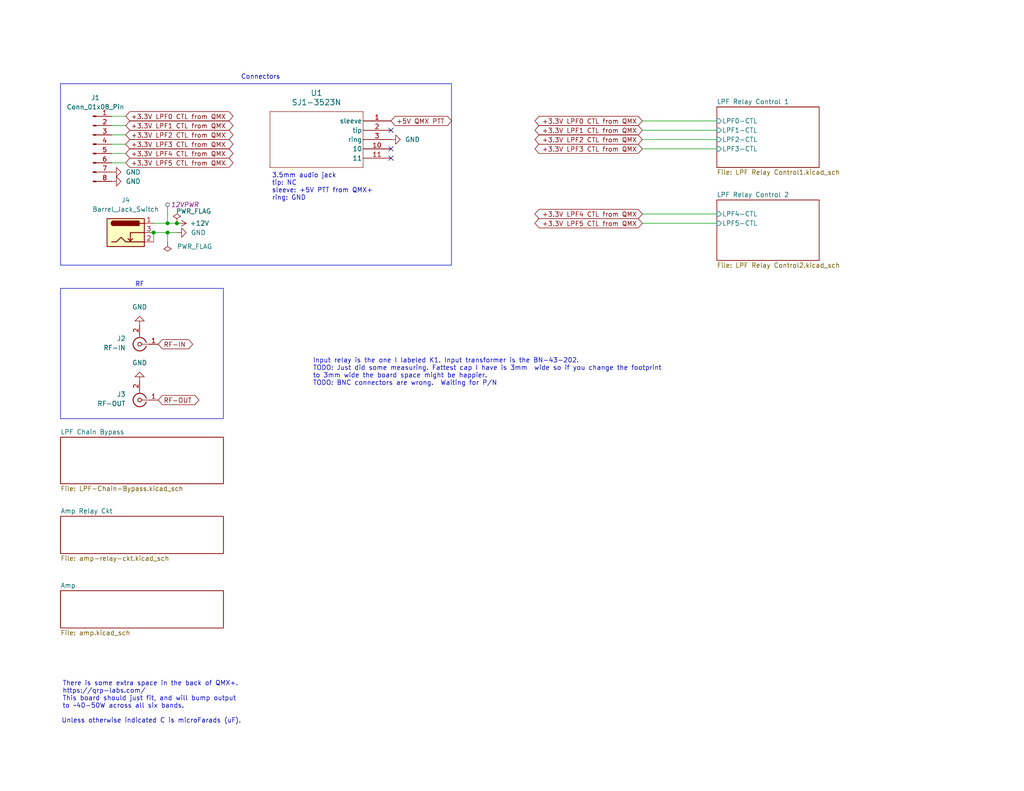
<source format=kicad_sch>
(kicad_sch (version 20231120) (generator "eeschema") (generator_version "8.0")
  (paper "USLetter")
  (title_block (title "QMX+ Amp") (date "2024-08-22") (rev "v0.11") (company "WA7GIL"))
  (lib_symbols
    (symbol "Connector:Barrel_Jack_Switch" (pin_names hide)
      (property "Reference" "J" (at 0 5.334 0))
      (property "Value" "Barrel_Jack_Switch" (at 0 -5.08 0))
      (symbol "Barrel_Jack_Switch_0_1"
        (rectangle (start -5.08 3.81) (end 5.08 -3.81) (stroke (width 0.254)) (fill (type background)))
        (arc (start -3.302 3.175) (mid -3.9343 2.54) (end -3.302 1.905) (stroke (width 0.254)))
        (arc (start -3.302 3.175) (mid -3.9343 2.54) (end -3.302 1.905) (stroke (width 0.254)) (fill (type outline)))
        (polyline (pts (xy 1.27 -2.286) (xy 1.905 -1.651)) (stroke (width 0.254)))
        (polyline (pts (xy 5.08 2.54) (xy 3.81 2.54)) (stroke (width 0.254)))
        (polyline (pts (xy 5.08 0) (xy 1.27 0) (xy 1.27 -2.286) (xy 0.635 -1.651)) (stroke (width 0.254)))
        (polyline (pts (xy -3.81 -2.54) (xy -2.54 -2.54) (xy -1.27 -1.27) (xy 0 -2.54) (xy 2.54 -2.54) (xy 5.08 -2.54)) (stroke (width 0.254)))
        (rectangle (start 3.683 3.175) (end -3.302 1.905) (stroke (width 0.254)) (fill (type outline)))
      )
      (symbol "Barrel_Jack_Switch_1_1"
        (pin passive line (at 7.62 2.54 180) (length 2.54) (name "~") (number "1"))
        (pin passive line (at 7.62 -2.54 180) (length 2.54) (name "~") (number "2"))
        (pin passive line (at 7.62 0 180) (length 2.54) (name "~") (number "3"))
      )
    )
    (symbol "Connector:Conn_01x08_Pin" (pin_names (offset 1.016) hide)
      (property "Reference" "J" (at 0 10.16 0))
      (property "Value" "Conn_01x08_Pin" (at 0 -12.7 0))
      (symbol "Conn_01x08_Pin_1_1"
        (polyline (pts (xy 1.27 -10.16) (xy 0.8636 -10.16)) (stroke (width 0.1524)))
        (polyline (pts (xy 1.27 -7.62) (xy 0.8636 -7.62)) (stroke (width 0.1524)))
        (polyline (pts (xy 1.27 -5.08) (xy 0.8636 -5.08)) (stroke (width 0.1524)))
        (polyline (pts (xy 1.27 -2.54) (xy 0.8636 -2.54)) (stroke (width 0.1524)))
        (polyline (pts (xy 1.27 0) (xy 0.8636 0)) (stroke (width 0.1524)))
        (polyline (pts (xy 1.27 2.54) (xy 0.8636 2.54)) (stroke (width 0.1524)))
        (polyline (pts (xy 1.27 5.08) (xy 0.8636 5.08)) (stroke (width 0.1524)))
        (polyline (pts (xy 1.27 7.62) (xy 0.8636 7.62)) (stroke (width 0.1524)))
        (rectangle (start 0.8636 -10.033) (end 0 -10.287) (stroke (width 0.1524)) (fill (type outline)))
        (rectangle (start 0.8636 -7.493) (end 0 -7.747) (stroke (width 0.1524)) (fill (type outline)))
        (rectangle (start 0.8636 -4.953) (end 0 -5.207) (stroke (width 0.1524)) (fill (type outline)))
        (rectangle (start 0.8636 -2.413) (end 0 -2.667) (stroke (width 0.1524)) (fill (type outline)))
        (rectangle (start 0.8636 0.127) (end 0 -0.127) (stroke (width 0.1524)) (fill (type outline)))
        (rectangle (start 0.8636 2.667) (end 0 2.413) (stroke (width 0.1524)) (fill (type outline)))
        (rectangle (start 0.8636 5.207) (end 0 4.953) (stroke (width 0.1524)) (fill (type outline)))
        (rectangle (start 0.8636 7.747) (end 0 7.493) (stroke (width 0.1524)) (fill (type outline)))
        (pin passive line (at 5.08 7.62 180) (length 3.81) (name "Pin_1") (number "1"))
        (pin passive line (at 5.08 5.08 180) (length 3.81) (name "Pin_2") (number "2"))
        (pin passive line (at 5.08 2.54 180) (length 3.81) (name "Pin_3") (number "3"))
        (pin passive line (at 5.08 0 180) (length 3.81) (name "Pin_4") (number "4"))
        (pin passive line (at 5.08 -2.54 180) (length 3.81) (name "Pin_5") (number "5"))
        (pin passive line (at 5.08 -5.08 180) (length 3.81) (name "Pin_6") (number "6"))
        (pin passive line (at 5.08 -7.62 180) (length 3.81) (name "Pin_7") (number "7"))
        (pin passive line (at 5.08 -10.16 180) (length 3.81) (name "Pin_8") (number "8"))
      )
    )
    (symbol "Connector:Conn_Coaxial" (pin_names (offset 1.016) hide)
      (property "Reference" "J" (at 0.254 3.048 0))
      (property "Value" "Conn_Coaxial" (at 2.921 0 90))
      (symbol "Conn_Coaxial_0_1"
        (arc (start -1.778 -0.508) (mid 0.2311 -1.8066) (end 1.778 0) (stroke (width 0.254)))
        (polyline (pts (xy -2.54 0) (xy -0.508 0)))
        (polyline (pts (xy 0 -2.54) (xy 0 -1.778)))
        (circle (center 0 0) (radius 0.508) (stroke (width 0.2032)))
        (arc (start 1.778 0) (mid 0.2099 1.8101) (end -1.778 0.508) (stroke (width 0.254)))
      )
      (symbol "Conn_Coaxial_1_1"
        (pin passive line (at -5.08 0 0) (length 2.54) (name "In") (number "1"))
        (pin passive line (at 0 -5.08 90) (length 2.54) (name "Ext") (number "2"))
      )
    )
    (symbol "ZZZMyLibrary:SJ1-3523N" (pin_names (offset 0.254))
      (property "Reference" "U" (at 20.32 10.16 0))
      (property "Value" "SJ1-3523N" (at 20.32 7.62 0))
      (symbol "SJ1-3523N_0_1"
        (polyline (pts (xy 7.62 -10.16) (xy 33.02 -10.16)) (stroke (width 0.127)))
        (polyline (pts (xy 7.62 5.08) (xy 7.62 -10.16)) (stroke (width 0.127)))
        (polyline (pts (xy 33.02 -10.16) (xy 33.02 5.08)) (stroke (width 0.127)))
        (polyline (pts (xy 33.02 5.08) (xy 7.62 5.08)) (stroke (width 0.127)))
      )
      (symbol "SJ1-3523N_1_1"
        (pin passive line (at 0 2.54 0) (length 7.62) (name "sleeve") (number "1"))
        (pin passive line (at 0 -5.08 0) (length 7.62) (name "10") (number "10"))
        (pin passive line (at 0 -7.62 0) (length 7.62) (name "11") (number "11"))
        (pin passive line (at 0 0 0) (length 7.62) (name "tip") (number "2"))
        (pin passive line (at 0 -2.54 0) (length 7.62) (name "ring") (number "3"))
      )
    )
    (symbol "power:+12V" (power) (pin_numbers hide) (pin_names (offset 0) hide)
      (property "Value" "+12V" (at 0 3.556 0))
      (symbol "+12V_0_1"
        (polyline (pts (xy -0.762 1.27) (xy 0 2.54)))
        (polyline (pts (xy 0 0) (xy 0 2.54)))
        (polyline (pts (xy 0 2.54) (xy 0.762 1.27)))
      )
      (symbol "+12V_1_1"
        (pin power_in line (at 0 0 90) (length 0) (name "~") (number "1"))
      )
    )
    (symbol "power:GND" (power) (pin_numbers hide) (pin_names (offset 0) hide)
      (property "Value" "GND" (at 0 -3.81 0))
      (symbol "GND_0_1"
        (polyline (pts (xy 0 0) (xy 0 -1.27) (xy 1.27 -1.27) (xy 0 -2.54) (xy -1.27 -1.27) (xy 0 -1.27)))
      )
      (symbol "GND_1_1"
        (pin power_in line (at 0 0 270) (length 0) (name "~") (number "1"))
      )
    )
    (symbol "power:PWR_FLAG" (power) (pin_numbers hide) (pin_names (offset 0) hide)
      (property "Value" "PWR_FLAG" (at 0 3.81 0))
      (symbol "PWR_FLAG_0_0"
        (pin power_out line (at 0 0 90) (length 0) (name "~") (number "1"))
      )
      (symbol "PWR_FLAG_0_1"
        (polyline (pts (xy 0 0) (xy 0 1.27) (xy -1.016 1.905) (xy 0 2.54) (xy 1.016 1.905) (xy 0 1.27)))
      )
    )
  )
  (junction (at 45.72 63.5))
  (junction (at 48.26 60.96))
  (junction (at 41.91 63.5))
  (junction (at 45.72 60.96))
  (no_connect (at 106.68 40.64))
  (no_connect (at 106.68 43.18))
  (no_connect (at 106.68 35.56))
  (wire (pts (xy 175.26 38.1) (xy 195.58 38.1)))
  (wire (pts (xy 41.91 60.96) (xy 45.72 60.96)))
  (wire (pts (xy 30.48 41.91) (xy 34.29 41.91)))
  (wire (pts (xy 30.48 39.37) (xy 34.29 39.37)))
  (wire (pts (xy 30.48 36.83) (xy 34.29 36.83)))
  (wire (pts (xy 195.58 60.96) (xy 175.26 60.96)))
  (wire (pts (xy 175.26 33.02) (xy 195.58 33.02)))
  (wire (pts (xy 175.26 35.56) (xy 195.58 35.56)))
  (wire (pts (xy 45.72 60.96) (xy 48.26 60.96)))
  (wire (pts (xy 195.58 40.64) (xy 175.26 40.64)))
  (wire (pts (xy 195.58 58.42) (xy 175.26 58.42)))
  (wire (pts (xy 45.72 58.42) (xy 45.72 60.96)))
  (wire (pts (xy 45.72 63.5) (xy 48.26 63.5)))
  (wire (pts (xy 41.91 63.5) (xy 45.72 63.5)))
  (wire (pts (xy 41.91 63.5) (xy 41.91 66.04)))
  (wire (pts (xy 30.48 31.75) (xy 34.29 31.75)))
  (wire (pts (xy 30.48 44.45) (xy 34.29 44.45)))
  (wire (pts (xy 45.72 63.5) (xy 45.72 66.04)))
  (wire (pts (xy 30.48 34.29) (xy 34.29 34.29)))
  (rectangle (start 16.51 78.74) (end 60.96 114.3))
  (rectangle (start 16.51 22.86) (end 123.19 72.39))
  (text "RF" (at 38.1 77.724 0) (effects (font (size 1.27 1.27))))
  (text "Unless otherwise indicated C is microFarads (uF).\n" (at 16.764 196.85 0) (effects (font (size 1.27 1.27)) (justify left)))
  (text "Connectors" (at 71.12 21.082 0) (effects (font (size 1.27 1.27))))
  (text "Input relay is the one I labeled K1. Input transformer is the BN-43-202.\nTODO: Just did some measuring. Fattest cap I have is 3mm  wide so if you change the footprint \nto 3mm wide the board space might be happier.\nTODO: BNC connectors are wrong.  Waiting for P/N" (at 85.344 101.6 0) (effects (font (size 1.27 1.27)) (justify left)))
  (text "3.5mm audio jack\ntip: NC\nsleeve: +5V PTT from QMX+\nring: GND" (at 74.168 51.054 0) (effects (font (size 1.27 1.27)) (justify left)))
  (text "There is some extra space in the back of QMX+.\nhttps://qrp-labs.com/\nThis board should just fit, and will bump output \nto ~40-50W across all six bands." (at 17.018 189.738 0) (effects (font (size 1.27 1.27)) (justify left)))
  (global_label "RF-OUT" (shape bidirectional) (at 43.18 109.22 0) (property "Intersheetrefs" "${INTERSHEET_REFS}" (effects (hide yes))))
  (global_label "+3.3V LPF4 CTL from QMX" (shape bidirectional) (at 34.29 41.91 0) (property "Intersheetrefs" "${INTERSHEET_REFS}" (effects (hide yes))))
  (global_label "+5V QMX PTT" (shape bidirectional) (at 106.68 33.02 0) (property "Intersheetrefs" "${INTERSHEET_REFS}" (effects (hide yes))))
  (global_label "+3.3V LPF3 CTL from QMX" (shape bidirectional) (at 175.26 40.64 180) (property "Intersheetrefs" "${INTERSHEET_REFS}" (effects (hide yes))))
  (global_label "RF-IN" (shape bidirectional) (at 43.18 93.98 0) (property "Intersheetrefs" "${INTERSHEET_REFS}" (effects (hide yes))))
  (global_label "+3.3V LPF2 CTL from QMX" (shape bidirectional) (at 34.29 36.83 0) (property "Intersheetrefs" "${INTERSHEET_REFS}" (effects (hide yes))))
  (global_label "+3.3V LPF3 CTL from QMX" (shape bidirectional) (at 34.29 39.37 0) (property "Intersheetrefs" "${INTERSHEET_REFS}" (effects (hide yes))))
  (global_label "+3.3V LPF4 CTL from QMX" (shape bidirectional) (at 175.26 58.42 180) (property "Intersheetrefs" "${INTERSHEET_REFS}" (effects (hide yes))))
  (global_label "+3.3V LPF2 CTL from QMX" (shape bidirectional) (at 175.26 38.1 180) (property "Intersheetrefs" "${INTERSHEET_REFS}" (effects (hide yes))))
  (global_label "+3.3V LPF5 CTL from QMX" (shape bidirectional) (at 34.29 44.45 0) (property "Intersheetrefs" "${INTERSHEET_REFS}" (effects (hide yes))))
  (global_label "+3.3V LPF1 CTL from QMX" (shape bidirectional) (at 34.29 34.29 0) (property "Intersheetrefs" "${INTERSHEET_REFS}" (effects (hide yes))))
  (global_label "+3.3V LPF1 CTL from QMX" (shape bidirectional) (at 175.26 35.56 180) (property "Intersheetrefs" "${INTERSHEET_REFS}" (effects (hide yes))))
  (global_label "+3.3V LPF5 CTL from QMX" (shape bidirectional) (at 175.26 60.96 180) (property "Intersheetrefs" "${INTERSHEET_REFS}" (effects (hide yes))))
  (global_label "+3.3V LPF0 CTL from QMX" (shape bidirectional) (at 34.29 31.75 0) (property "Intersheetrefs" "${INTERSHEET_REFS}" (effects (hide yes))))
  (global_label "+3.3V LPF0 CTL from QMX" (shape bidirectional) (at 175.26 33.02 180) (property "Intersheetrefs" "${INTERSHEET_REFS}" (effects (hide yes))))
  (netclass_flag "" (length 2.54) (shape round) (at 45.72 58.42 0) (property "Netclass" "12VPWR" (at 46.609 55.88 0) (effects (font (italic yes)) (justify left))))
  (symbol (lib_id "power:PWR_FLAG") (at 45.72 66.04 180) (unit 1)
    (property "Reference" "#FLG02" (effects (hide yes)))
    (property "Value" "PWR_FLAG" (at 48.26 67.3099 0) (effects (justify right)))
    (property "Description" "Special symbol for telling ERC where power comes from" (effects (hide yes)))
  )
  (symbol (lib_id "power:GND") (at 38.1 88.9 180) (unit 1)
    (property "Reference" "#PWR01" (effects (hide yes)))
    (property "Value" "GND" (at 38.1 83.82 0))
    (property "Description" "Power symbol creates a global label with name \"GND\" , ground" (effects (hide yes)))
  )
  (symbol (lib_id "Connector:Conn_Coaxial") (at 38.1 93.98 180) (unit 1)
    (property "Reference" "J2" (at 34.29 92.4167 0) (effects (justify left)))
    (property "Value" "RF-IN" (at 34.29 94.9567 0) (effects (justify left)))
    (property "Footprint" "Connector_Coaxial:BNC_Amphenol_B6252HB-NPP3G-50_Horizontal" (effects (hide yes)))
    (property "Description" "coaxial connector (BNC, SMA, SMB, SMC, Cinch/RCA, LEMO, ...)" (effects (hide yes)))
  )
  (symbol (lib_id "power:PWR_FLAG") (at 48.26 60.96 0) (unit 1)
    (property "Reference" "#FLG01" (effects (hide yes)))
    (property "Value" "PWR_FLAG" (at 52.832 57.658 0))
    (property "Description" "Special symbol for telling ERC where power comes from" (effects (hide yes)))
  )
  (symbol (lib_id "Connector:Conn_Coaxial") (at 38.1 109.22 180) (unit 1)
    (property "Reference" "J3" (at 34.29 107.6567 0) (effects (justify left)))
    (property "Value" "RF-OUT" (at 34.29 110.1967 0) (effects (justify left)))
    (property "Footprint" "Connector_Coaxial:BNC_Amphenol_B6252HB-NPP3G-50_Horizontal" (effects (hide yes)))
    (property "Description" "coaxial connector (BNC, SMA, SMB, SMC, Cinch/RCA, LEMO, ...)" (effects (hide yes)))
  )
  (symbol (lib_id "power:GND") (at 30.48 46.99 90) (unit 1)
    (property "Reference" "#PWR063" (effects (hide yes)))
    (property "Value" "GND" (at 34.29 46.9899 90) (effects (justify right)))
    (property "Description" "Power symbol creates a global label with name \"GND\" , ground" (effects (hide yes)))
  )
  (symbol (lib_id "power:GND") (at 48.26 63.5 90) (unit 1)
    (property "Reference" "#PWR05" (effects (hide yes)))
    (property "Value" "GND" (at 52.07 63.4999 90) (effects (justify right)))
    (property "Description" "Power symbol creates a global label with name \"GND\" , ground" (effects (hide yes)))
  )
  (symbol (lib_id "power:GND") (at 106.68 38.1 90) (unit 1)
    (property "Reference" "#PWR03" (effects (hide yes)))
    (property "Value" "GND" (at 110.49 38.0999 90) (effects (justify right)))
    (property "Description" "Power symbol creates a global label with name \"GND\" , ground" (effects (hide yes)))
  )
  (symbol (lib_id "power:+12V") (at 48.26 60.96 270) (unit 1)
    (property "Reference" "#PWR04" (effects (hide yes)))
    (property "Value" "+12V" (at 51.816 60.96 90) (effects (justify left)))
    (property "Description" "Power symbol creates a global label with name \"+12V\"" (effects (hide yes)))
  )
  (symbol (lib_id "ZZZMyLibrary:SJ1-3523N") (at 106.68 35.56 0) (mirror y) (unit 1)
    (property "Reference" "U1" (at 86.36 25.4 0) (effects (font (size 1.524 1.524))))
    (property "Value" "SJ1-3523N" (at 86.36 27.94 0) (effects (font (size 1.524 1.524))))
    (property "Footprint" "ZZZMyLibrary:SJ1-3523N_CUD" (effects (hide yes)))
    (property "Datasheet" "https://www.cuidevices.com/product/resource/sj1-352xn.pdf" (effects (hide yes)))
  )
  (symbol (lib_id "power:GND") (at 38.1 104.14 180) (unit 1)
    (property "Reference" "#PWR02" (effects (hide yes)))
    (property "Value" "GND" (at 38.1 99.06 0))
    (property "Description" "Power symbol creates a global label with name \"GND\" , ground" (effects (hide yes)))
  )
  (symbol (lib_id "power:GND") (at 30.48 49.53 90) (unit 1)
    (property "Reference" "#PWR064" (effects (hide yes)))
    (property "Value" "GND" (at 34.29 49.5299 90) (effects (justify right)))
    (property "Description" "Power symbol creates a global label with name \"GND\" , ground" (effects (hide yes)))
  )
  (symbol (lib_id "Connector:Barrel_Jack_Switch") (at 34.29 63.5 0) (unit 1)
    (property "Reference" "J4" (at 34.29 54.61 0))
    (property "Value" "Barrel_Jack_Switch" (at 34.29 57.15 0))
    (property "Footprint" "Connector_BarrelJack:BarrelJack_Horizontal" (effects (hide yes)))
    (property "Description" "DC Barrel Jack with an internal switch" (effects (hide yes)))
  )
  (symbol (lib_id "Connector:Conn_01x08_Pin") (at 25.4 39.37 0) (unit 1)
    (property "Reference" "J1" (at 26.035 26.67 0))
    (property "Value" "Conn_01x08_Pin" (at 26.035 29.21 0))
    (property "Footprint" "Connector_PinHeader_1.00mm:PinHeader_1x08_P1.00mm_Horizontal" (effects (hide yes)))
    (property "Description" "Generic connector, single row, 01x08, script generated" (effects (hide yes)))
  )
  (sheet (at 16.51 119.38) (size 44.45 12.7) (stroke (width 0.1524))
    (property "Sheetname" "LPF Chain Bypass" (at 16.51 118.6684 0) (effects (justify left bottom)))
    (property "Sheetfile" "LPF-Chain-Bypass.kicad_sch" (at 16.51 132.6646 0) (effects (justify left top)))
  )
  (sheet (at 16.51 140.97) (size 44.45 10.16) (stroke (width 0.1524))
    (property "Sheetname" "Amp Relay Ckt" (at 16.51 140.2584 0) (effects (justify left bottom)))
    (property "Sheetfile" "amp-relay-ckt.kicad_sch" (at 16.51 151.7146 0) (effects (justify left top)))
  )
  (sheet (at 16.51 161.29) (size 44.45 10.16) (stroke (width 0.1524))
    (property "Sheetname" "Amp" (at 16.51 160.5784 0) (effects (justify left bottom)))
    (property "Sheetfile" "amp.kicad_sch" (at 16.51 172.0346 0) (effects (justify left top)))
  )
  (sheet (at 195.58 29.21) (size 27.94 16.51) (stroke (width 0.1524))
    (property "Sheetname" "LPF Relay Control 1" (at 195.58 28.4984 0) (effects (justify left bottom)))
    (property "Sheetfile" "LPF Relay Control1.kicad_sch" (at 195.58 46.3046 0) (effects (justify left top)))
    (pin "LPF2-CTL" input (at 195.58 38.1 180))
    (pin "LPF3-CTL" input (at 195.58 40.64 180))
    (pin "LPF1-CTL" input (at 195.58 35.56 180))
    (pin "LPF0-CTL" input (at 195.58 33.02 180))
  )
  (sheet (at 195.58 54.61) (size 27.94 16.51) (stroke (width 0.1524))
    (property "Sheetname" "LPF Relay Control 2" (at 195.58 53.8984 0) (effects (justify left bottom)))
    (property "Sheetfile" "LPF Relay Control2.kicad_sch" (at 195.58 71.7046 0) (effects (justify left top)))
    (pin "LPF5-CTL" input (at 195.58 60.96 180))
    (pin "LPF4-CTL" input (at 195.58 58.42 180))
  )
)
</source>
